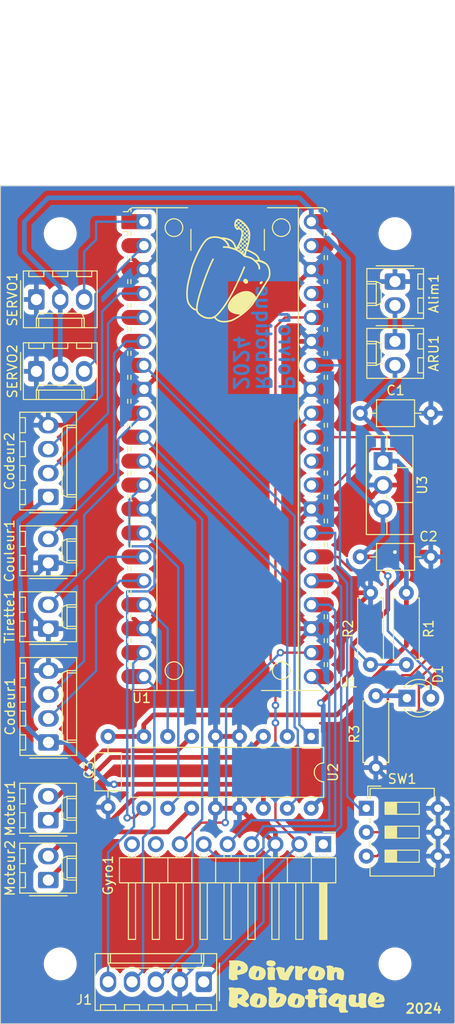
<source format=kicad_pcb>
(kicad_pcb (version 20221018) (generator pcbnew)

  (general
    (thickness 1.6)
  )

  (paper "A4")
  (layers
    (0 "F.Cu" signal)
    (31 "B.Cu" signal)
    (32 "B.Adhes" user "B.Adhesive")
    (33 "F.Adhes" user "F.Adhesive")
    (34 "B.Paste" user)
    (35 "F.Paste" user)
    (36 "B.SilkS" user "B.Silkscreen")
    (37 "F.SilkS" user "F.Silkscreen")
    (38 "B.Mask" user)
    (39 "F.Mask" user)
    (40 "Dwgs.User" user "User.Drawings")
    (41 "Cmts.User" user "User.Comments")
    (42 "Eco1.User" user "User.Eco1")
    (43 "Eco2.User" user "User.Eco2")
    (44 "Edge.Cuts" user)
    (45 "Margin" user)
    (46 "B.CrtYd" user "B.Courtyard")
    (47 "F.CrtYd" user "F.Courtyard")
    (48 "B.Fab" user)
    (49 "F.Fab" user)
    (50 "User.1" user)
    (51 "User.2" user)
    (52 "User.3" user)
    (53 "User.4" user)
    (54 "User.5" user)
    (55 "User.6" user)
    (56 "User.7" user)
    (57 "User.8" user)
    (58 "User.9" user)
  )

  (setup
    (stackup
      (layer "F.SilkS" (type "Top Silk Screen"))
      (layer "F.Paste" (type "Top Solder Paste"))
      (layer "F.Mask" (type "Top Solder Mask") (thickness 0.01))
      (layer "F.Cu" (type "copper") (thickness 0.035))
      (layer "dielectric 1" (type "core") (thickness 1.51) (material "FR4") (epsilon_r 4.5) (loss_tangent 0.02))
      (layer "B.Cu" (type "copper") (thickness 0.035))
      (layer "B.Mask" (type "Bottom Solder Mask") (thickness 0.01))
      (layer "B.Paste" (type "Bottom Solder Paste"))
      (layer "B.SilkS" (type "Bottom Silk Screen"))
      (copper_finish "None")
      (dielectric_constraints no)
    )
    (pad_to_mask_clearance 0)
    (pcbplotparams
      (layerselection 0x00010fc_ffffffff)
      (plot_on_all_layers_selection 0x0000000_00000000)
      (disableapertmacros false)
      (usegerberextensions false)
      (usegerberattributes true)
      (usegerberadvancedattributes true)
      (creategerberjobfile true)
      (dashed_line_dash_ratio 12.000000)
      (dashed_line_gap_ratio 3.000000)
      (svgprecision 4)
      (plotframeref false)
      (viasonmask false)
      (mode 1)
      (useauxorigin false)
      (hpglpennumber 1)
      (hpglpenspeed 20)
      (hpglpendiameter 15.000000)
      (dxfpolygonmode true)
      (dxfimperialunits true)
      (dxfusepcbnewfont true)
      (psnegative false)
      (psa4output false)
      (plotreference true)
      (plotvalue true)
      (plotinvisibletext false)
      (sketchpadsonfab false)
      (subtractmaskfromsilk false)
      (outputformat 1)
      (mirror false)
      (drillshape 1)
      (scaleselection 1)
      (outputdirectory "")
    )
  )

  (net 0 "")
  (net 1 "/M1_Vitesse")
  (net 2 "/M2_Vitesse")
  (net 3 "GND")
  (net 4 "/M1_Sens1")
  (net 5 "/M1_Sens2")
  (net 6 "/M2_Sens1")
  (net 7 "/M2_Sens2")
  (net 8 "/Tirette")
  (net 9 "/Couleur")
  (net 10 "/SDA")
  (net 11 "/SCL")
  (net 12 "/SERVO1")
  (net 13 "/SERVO2")
  (net 14 "unconnected-(U1-RUN-Pad30)")
  (net 15 "/LED4")
  (net 16 "Net-(U1-GPIO28_ADC2)")
  (net 17 "+3.3V")
  (net 18 "unconnected-(U1-3V3_EN-Pad37)")
  (net 19 "unconnected-(U1-VSYS-Pad39)")
  (net 20 "+5V")
  (net 21 "+9V")
  (net 22 "Net-(ARU1-Pin_1)")
  (net 23 "/Codeur2_A")
  (net 24 "/Codeur2_B")
  (net 25 "/M1_Plus")
  (net 26 "/M1_Moins")
  (net 27 "/M2_Plus")
  (net 28 "/M2_Moins")
  (net 29 "/SPI_SDI")
  (net 30 "/SPI_CS")
  (net 31 "/SPI_CLK")
  (net 32 "/SPI_SDO")
  (net 33 "/LED1")
  (net 34 "/LED2")
  (net 35 "/LED3")
  (net 36 "/I2C_Reset")
  (net 37 "unconnected-(Gyro1-Pin_1-Pad1)")
  (net 38 "unconnected-(Gyro1-Pin_8-Pad8)")
  (net 39 "unconnected-(Gyro1-Pin_9-Pad9)")
  (net 40 "Net-(D1-K)")
  (net 41 "/Codeur1_A")
  (net 42 "/Codeur1_B")

  (footprint "Connector_Molex:Molex_KK-254_AE-6410-02A_1x02_P2.54mm_Vertical" (layer "F.Cu") (at 110.49 135.89 90))

  (footprint "Connector_Molex:Molex_KK-254_AE-6410-05A_1x05_P2.54mm_Vertical" (layer "F.Cu") (at 127 153.035 180))

  (footprint "Connector_Molex:Molex_KK-254_AE-6410-03A_1x03_P2.54mm_Vertical" (layer "F.Cu") (at 109.22 80.645))

  (footprint "Capacitor_THT:C_Axial_L3.8mm_D2.6mm_P7.50mm_Horizontal" (layer "F.Cu") (at 143.63 92.71))

  (footprint "Connector_Molex:Molex_KK-254_AE-6410-03A_1x03_P2.54mm_Vertical" (layer "F.Cu") (at 109.22 88.265))

  (footprint "MountingHole:MountingHole_3mm" (layer "F.Cu") (at 111.76 151.13))

  (footprint "Resistor_THT:R_Axial_DIN0207_L6.3mm_D2.5mm_P7.62mm_Horizontal" (layer "F.Cu") (at 144.72 119.38 90))

  (footprint "Connector_Molex:Molex_KK-254_AE-6410-04A_1x04_P2.54mm_Vertical" (layer "F.Cu") (at 110.49 101.6 90))

  (footprint "LED_THT:LED_D3.0mm" (layer "F.Cu") (at 148.59 122.936))

  (footprint "MountingHole:MountingHole_3mm" (layer "F.Cu") (at 111.76 73.66))

  (footprint "Resistor_THT:R_Axial_DIN0207_L6.3mm_D2.5mm_P7.62mm_Horizontal" (layer "F.Cu") (at 148.53 111.76 -90))

  (footprint "Capacitor_THT:C_Axial_L3.8mm_D2.6mm_P7.50mm_Horizontal" (layer "F.Cu") (at 143.63 107.95))

  (footprint "MountingHole:MountingHole_3mm" (layer "F.Cu") (at 147.32 73.66))

  (footprint "Connector_Molex:Molex_KK-254_AE-6410-02A_1x02_P2.54mm_Vertical" (layer "F.Cu") (at 110.49 142.24 90))

  (footprint "MountingHole:MountingHole_3mm" (layer "F.Cu") (at 147.32 151.13))

  (footprint "Connector_Molex:Molex_KK-254_AE-6410-04A_1x04_P2.54mm_Vertical" (layer "F.Cu") (at 110.51 127.635 90))

  (footprint "Connector_Molex:Molex_KK-254_AE-6410-02A_1x02_P2.54mm_Vertical" (layer "F.Cu") (at 147.32 85.09 -90))

  (footprint "Connector_Molex:Molex_KK-254_AE-6410-02A_1x02_P2.54mm_Vertical" (layer "F.Cu") (at 147.32 78.74 -90))

  (footprint "Connector_PinHeader_2.54mm:PinHeader_1x09_P2.54mm_Horizontal" (layer "F.Cu") (at 139.7 138.43 -90))

  (footprint "Package_TO_SOT_THT:TO-220F-3_Vertical" (layer "F.Cu") (at 146.05 97.79 -90))

  (footprint "Connector_Molex:Molex_KK-254_AE-6410-02A_1x02_P2.54mm_Vertical" (layer "F.Cu") (at 110.49 115.57 90))

  (footprint "Resistor_THT:R_Axial_DIN0207_L6.3mm_D2.5mm_P7.62mm_Horizontal" (layer "F.Cu") (at 145.288 122.682 -90))

  (footprint "Button_Switch_THT:SW_DIP_SPSTx03_Slide_6.7x9.18mm_W7.62mm_P2.54mm_LowProfile" (layer "F.Cu") (at 144.272 134.62))

  (footprint "Package_DIP:DIP-16_W7.62mm" (layer "F.Cu") (at 138.415 127 -90))

  (footprint "Connector_Molex:Molex_KK-254_AE-6410-02A_1x02_P2.54mm_Vertical" (layer "F.Cu") (at 110.49 108.585 90))

  (footprint "Rpi Pico:RaspberryPi_Pico_Common_SKY" (layer "F.Cu")
    (tstamp f31fe9be-12f6-4b25-988d-29e3c1d7ec43)
    (at 129.54 96.52)
    (descr "Raspberry Pi Pico (wireless & original) versatile footprint for surface-mount or through-hole hand soldering, https://datasheets.raspberrypi.com/pico/pico-datasheet.pdf")
    (tags "Raspberry Pi Pico module usb pcb antenna handsolder")
    (property "Sheetfile" "PAMI.kicad_sch")
    (property "Sheetname" "")
    (property "ki_description" "Versatile and inexpensive microcontroller module (with full pinout for reflow soldering) powered by RP2040 dual-core Arm Cortex-M0+ processor up to 133 MHz, 264kB SRAM, 2MB QSPI flash")
    (property "ki_keywords" "Raspberry Pi Pico microcontroller module RP2040 M0+ usb")
    (path "/7d13e2fb-33e5-4a53-93cb-a335a041e341")
    (attr through_hole)
    (fp_text reference "U1" (at 11.7475 24.765 unlocked) (layer "F.SilkS")
        (effects (font (size 1 1) (thickness 0.15)) (justify left))
      (tstamp f3e9cfc8-bf1e-4bd5-9cd4-dcbdf0aa9c17)
    )
    (fp_text value "RaspberryPi_Pico" (at 0 27.94 unlocked) (layer "F.Fab")
        (effects (font (size 1 1) (thickness 0.15)))
      (tstamp 7f0bfc64-19c4-4b7c-9156-608c57adeb98)
    )
    (fp_text user "${REFERENCE}" (at -9.144 26.416 180) (layer "F.SilkS")
        (effects (font (size 1 1) (thickness 0.15)))
      (tstamp 52e6e082-e9ea-4991-8ee8-22d158e157ab)
    )
    (fp_text user "Board Keep Out USB Cable" (at 6.985 -37.465 270 unlocked) (layer "Cmts.User")
        (effects (font (size 0.6667 0.6667) (thickness 0.1)))
      (tstamp 1dc953cb-4efe-41bc-84c5-59259d70e1ee)
    )
    (fp_text user "Keep Out" (at 0 -36.195 unlocked) (layer "Cmts.User")
        (effects (font (size 1 1) (thickness 0.15)))
      (tstamp cc39244b-20dd-4d61-91d3-09196acf82a9)
    )
    (fp_text user "Board Keep Out USB Cable" (at -6.985 -37.465 90 unlocked) (layer "Cmts.User")
        (effects (font (size 0.6667 0.6667) (thickness 0.1)))
      (tstamp d9c85c9d-f40b-4693-bd70-ed3eeeb80599)
    )
    (fp_text user "USB Cable" (at 0 -38.735 unlocked) (layer "Cmts.User")
        (effects (font (size 1 1) (thickness 0.15)))
      (tstamp dc3d4d1b-c2e7-4880-83a3-774c447060c7)
    )
    (fp_line (start -10.61 -23.07) (end -11.09 -23.07)
      (stroke (width 0.12) (type solid)) (layer "F.SilkS") (tstamp ab3c9b7c-8d72-4e2d-b90e-a6d2af51a848))
    (fp_line (start -10.61 -23.07) (end -10.61 -22.65)
      (stroke (width 0.12) (type solid)) (layer "F.SilkS") (tstamp d7949000-f861-407f-9141-e64a224014fb))
    (fp_line (start -10.61 -20.53) (end -10.61 -20.11)
      (stroke (width 0.12) (type solid)) (layer "F.SilkS") (tstamp e4b2c252-2621-47d4-8db6-c9a9702c5ca4))
    (fp_line (start -10.61 -17.99) (end -10.61 -17.57)
      (stroke (width 0.12) (type solid)) (layer "F.SilkS") (tstamp 2f4c3bbb-68ec-4985-b550-97138cd270cd))
    (fp_line (start -10.61 -15.45) (end -10.61 -15.03)
      (stroke (width 0.12) (type solid)) (layer "F.SilkS") (tstamp 8c1c109e-cb17-49a0-8b88-501e8bb8c9b5))
    (fp_line (start -10.61 -12.91) (end -10.61 -12.49)
      (stroke (width 0.12) (type solid)) (layer "F.SilkS") (tstamp 6e870851-a080-4993-873e-218ccbb05190))
    (fp_line (start -10.61 -10.37) (end -10.61 -9.95)
      (stroke (width 0.12) (type solid)) (layer "F.SilkS") (tstamp 4d776835-62f0-4232-876c-f7c622a6be69))
    (fp_line (start -10.61 -7.83) (end -10.61 -7.41)
      (stroke (width 0.12) (type solid)) (layer "F.SilkS") (tstamp 7b7cb4ac-5b24-43eb-bd58-47014557a7e2))
    (fp_line (start -10.61 -5.29) (end -10.61 -4.87)
      (stroke (width 0.12) (type solid)) (layer "F.SilkS") (tstamp efaefe4b-f2e9-4992-b164-0bb7d8d06ef0))
    (fp_line (start -10.61 -2.75) (end -10.61 -2.33)
      (stroke (width 0.12) (type solid)) (layer "F.SilkS") (tstamp ab809af5-793d-457a-b6d9-1f44c2bba206))
    (fp_line (start -10.61 -0.21) (end -10.61 0.21)
      (stroke (width 0.12) (type solid)) (layer "F.SilkS") (tstamp 8cb39fec-10f6-4944-9674-ae76749cbf1e))
    (fp_line (start -10.61 2.33) (end -10.61 2.75)
      (stroke (width 0.12) (type solid)) (layer "F.SilkS") (tstamp 8b53b48a-b005-40d3-ad45-9d5a208c5ef9))
    (fp_line (start -10.61 4.87) (end -10.61 5.29)
      (stroke (width 0.12) (type solid)) (layer "F.SilkS") (tstamp 57455a65-d2e9-4d9b-bd97-e1eebfa9ecf0))
    (fp_line (start -10.61 7.41) (end -10.61 7.83)
      (stroke (width 0.12) (type solid)) (layer "F.SilkS") (tstamp e0bfb8e3-4b08-40da-b56b-2d285983a1f1))
    (fp_line (start -10.61 9.95) (end -10.61 10.37)
      (stroke (width 0.12) (type solid)) (layer "F.SilkS") (tstamp 3c6f5520-2277-4d1f-8c7d-7d366c60b17e))
    (fp_line (start -10.61 12.49) (end -10.61 12.91)
      (stroke (width 0.12) (type solid)) (layer "F.SilkS") (tstamp 0937dcb8-76ea-4f2f-806c-7ee004b9c59d))
    (fp_line (start -10.61 15.03) (end -10.61 15.45)
      (stroke (width 0.12) (type solid)) (layer "F.SilkS") (tstamp 6f04c51d-edb2-4eac-988c-30f3b4bddf08))
    (fp_line (start -10.61 17.57) (end -10.61 17.99)
      (stroke (width 0.12) (type solid)) (layer "F.SilkS") (tstamp 83b27019-9624-408b-b3ea-e72978103007))
    (fp_line (start -10.61 20.11) (end -10.61 20.53)
      (stroke (width 0.12) (type solid)) (layer "F.SilkS") (tstamp 7a53dee3-48ca-497d-be8b-714b6ef059d1))
    (fp_line (start -10.61 22.65) (end -10.61 23.07)
      (stroke (width 0.12) (type solid)) (layer "F.SilkS") (tstamp 9862249d-11e5-4625-b325-ce5d9e11b3d7))
    (fp_line (start -10.579676 -25.189937) (end -11.09 -25.19)
      (stroke (width 0.12) (type solid)) (layer "F.SilkS") (tstamp e8d2621d-ed98-48a8-81bf-78bb5eca9483))
    (fp_line (start -10.27 -25.189937) (end -10.27 -25.547)
      (stroke (width 0.12) (type solid)) (layer "F.SilkS") (tstamp 482e97af-691d-4fa3-95a4-a21b9cc873e9))
    (fp_line (start -10.27 -23.07) (end -10.27 -22.65)
      (stroke (width 0.12) (type solid)) (layer "F.SilkS") (tstamp 22860e14-789f-4069-b949-400364794d7c))
    (fp_line (start -10.27 -20.53) (end -10.27 -20.11)
      (stroke (width 0.12) (type solid)) (layer "F.SilkS") (tstamp 1940dfe0-49d1-442c-b05b-3a2a6c0cf5df))
    (fp_line (start -10.27 -17.99) (end -10.27 -17.57)
      (stroke (width 0.12) (type solid)) (layer "F.SilkS") (tstamp 0b8169ad-0799-4a4c-92db-e517e801538a))
    (fp_line (start -10.27 -15.45) (end -10.27 -15.03)
      (stroke (width 0.12) (type solid)) (layer "F.SilkS") (tstamp 5b65dfb9-eb26-433b-918b-35e8c33bab2b))
    (fp_line (start -10.27 -12.91) (end -10.27 -12.49)
      (stroke (width 0.12) (type solid)) (layer "F.SilkS") (tstamp 8c75d6ee-2381-4231-b232-13a3be850320))
    (fp_line (start -10.27 -10.37) (end -10.27 -9.95)
      (stroke (width 0.12) (type solid)) (layer "F.SilkS") (tstamp bb46c43c-8e89-47ed-9008-d4e9ae26cd05))
    (fp_line (start -10.27 -7.83) (end -10.27 -7.41)
      (stroke (width 0.12) (type solid)) (layer "F.SilkS") (tstamp e01e9be6-67da-4e40-9d78-4cf173556c6c))
    (fp_line (start -10.27 -5.29) (end -10.27 -4.87)
      (stroke (width 0.12) (type solid)) (layer "F.SilkS") (tstamp e3b84eda-a13f-4b12-b67c-fb26f0bbd3f8))
    (fp_line (start -10.27 -2.75) (end -10.27 -2.33)
      (stroke (width 0.12) (type solid)) (layer "F.SilkS") (tstamp c617446d-2d59-4cb7-a816-9c24980b9dd4))
    (fp_line (start -10.27 -0.21) (end -10.27 0.21)
      (stroke (width 0.12) (type solid)) (layer "F.SilkS") (tstamp 6370e705-2d1b-4d44-8fea-43e427d78fd9))
    (fp_line (start -10.27 2.33) (end -10.27 2.75)
      (stroke (width 0.12) (type solid)) (layer "F.SilkS") (tstamp 5fbd6c24-a73b-4dd0-8c5f-4cdf1470b149))
    (fp_line (start -10.27 4.87) (end -10.27 5.29)
      (stroke (width 0.12) (type solid)) (layer "F.SilkS") (tstamp 06565932-a2de-42b9-9662-d5bc7fca87eb))
    (fp_line (start -10.27 7.41) (end -10.27 7.83)
      (stroke (width 0.12) (type solid)) (layer "F.SilkS") (tstamp d0fb1915-9164-4af7-9ecd-79acd5317933))
    (fp_line (start -10.27 9.95) (end -10.27 10.37)
      (stroke (width 0.12) (type solid)) (layer "F.SilkS") (tstamp 43a26183-4ac3-44a9-9c2d-0a85d96284eb))
    (fp_line (start -10.27 12.49) (end -10.27 12.91)
      (stroke (width 0.12) (type solid)) (layer "F.SilkS") (tstamp 023d70a3-f57e-4277-817b-17724a05d371))
    (fp_line (start -10.27 15.03) (end -10.27 15.45)
      (stroke (width 0.12) (type solid)) (layer "F.SilkS") (tstamp ebabb24a-005f-4a06-93b7-fba0f63924db))
    (fp_line (start -10.27 17.57) (end -10.27 17.99)
      (stroke (width 0.12) (type solid)) (layer "F.SilkS") (tstamp 24f51dd7-6d4e-481b-bcf5-2cc016efede5))
    (fp_line (start -10.27 20.11) (end -10.27 20.53)
      (stroke (width 0.12) (type solid)) (layer "F.SilkS") (tstamp fb2bf29f-b161-49c2-be93-1a25ad26f6d1))
    (fp_line (start -10.27 22.65) (end -10.27 23.07)
      (stroke (width 0.12) (type solid)) (layer "F.SilkS") (tstamp fc84d720-2bc2-4f9f-8bef-81e0ed4fd058))
    (fp_line (start -10.27 25.189937) (end -10.27 25.547)
      (stroke (width 0.12) (type solid)) (layer "F.SilkS") (tstamp 8527a3bb-6169-4447-a32e-ab7113025ebc))
    (fp_line (start -10 -25.61) (end -7.51 -25.61)
      (stroke (width 0.12) (type solid)) (layer "F.SilkS") (tstamp fb1fed6f-ddbd-4e84-ae70-d9c00655f3c9))
    (fp_line (start -10 25.61) (end -3.6 25.61)
      (stroke (width 0.12) (type solid)) (layer "F.SilkS") (tstamp 5e14e2fa-a010-4433-93cc-08ed7615d227))
    (fp_line (start -7.51 -25.61) (end -7.51 -24.69648)
      (stroke (width 0.12) (type solid)) (layer "F.SilkS") (tstamp bac5e741-0d93-4fb2-ae12-c6176d488d8a))
    (fp_line (start -7.51 -25.61) (end -4.235 -25.61)
      (stroke (width 0.12) (type solid)) (layer "F.SilkS") (tstamp 35b311cc-aa0d-4a07-bd2c-06ebfcd87400))
    (fp_line (start -7.51 -24.69648) (end -7.51 -22.30352)
      (stroke (width 0.12) (type solid)) (layer "F.SilkS") (tstamp b73b9f1a-a129-425a-9af9-b3712b6216fa))
    (fp_line (start -7.51 -22.30352) (end -7.51 22.30352)
      (stroke (width 0.12) (type solid)) (layer "F.SilkS") (tstamp 5168ccaa-067c-42b8-92f8-679c42a45dac))
    (fp_line (start -7.51 22.30352) (end -7.51 24.69648)
      (stroke (width 0.12) (type solid)) (layer "F.SilkS") (tstamp 402eea3b-ad05-4acc-8140-c9b6d6b9b448))
    (fp_line (start -7.51 24.69648) (end -7.51 25.61)
      (stroke (width 0.12) (type solid)) (layer "F.SilkS") (tstamp b2c359d4-4c55-4382-b6fd-31eb458307cf))
    (fp_line (start -3.9 -23.3152) (end -3.9 -21.09)
      (stroke (width 0.12) (type solid)) (layer "F.SilkS") (tstamp 8c346c29-0dd0-47de-82ca-611d4e652910))
    (fp_line (start 3.6 25.61) (end 10 25.61)
      (stroke (width 0.12) (type solid)) (layer "F.SilkS") (tstamp e9125baa-ba74-4c3f-8125-b7e63306ecd2))
    (fp_line (start 3.9 -23.3152) (end 3.9 -21.09)
      (stroke (width 0.12) (type solid)) (layer "F.SilkS") (tstamp 5d2b456d-1fe4-490e-81d0-a01b80914a0c))
    (fp_line (start 4.235 -25.61) (end 7.51 -25.61)
      (stroke (width 0.12) (type solid)) (layer "F.SilkS") (tstamp cbf00d46-3b75-4b6a-a198-5e5f0fde8593))
    (fp_line (start 7.51 -25.61) (end 7.51 -24.69648)
      (stroke (width 0.12) (type solid)) (layer "F.SilkS") (tstamp a2a5626a-3129-4946-b0e3-3402ff770f62))
    (fp_line (start 7.51 -24.69648) (end 7.51 -22.30352)
      (stroke (width 0.12) (type solid)) (layer "F.SilkS") (tstamp 4dc5004c-81fc-4bd7-8a4e-da0585bc9374))
    (fp_line (start 7.51 -22.30352) (end 7.51 22.30352)
      (stroke (width 0.12) (type solid)) (layer "F.SilkS") (tstamp 0715cab2-2fe7-41e9-ac4c-a0e299cd791e))
    (fp_line (start 7.51 22.30352) (end 7.51 24.69648)
      (stroke (width 0.12) (type solid)) (layer "F.SilkS") (tstamp 12c940ca-af74-4d35-bbb4-56d4abd4cdae))
    (fp_line (start 7.51 24.69648) (end 7.51 25.61)
      (stroke (width 0.12) (type solid)) (layer "F.SilkS") (tstamp 531f992a-048d-4d74-a0a9-b19fdd279b34))
    (fp_line (start 10 -25.61) (end 7.51 -25.61)
      (stroke (width 0.12) (type solid)) (layer "F.SilkS") (tstamp 6a0ceea0-dd4b-4f96-9c40-1be29767870e))
    (fp_line (start 10.27 -25.189937) (end 10.27 -25.547)
      (stroke (width 0.12) (type solid)) (layer "F.SilkS") (tstamp cf18df20-51fe-4f31-b9df-fa3126f65aa6))
    (fp_line (start 10.27 -23.07) (end 10.27 -22.65)
      (stroke (width 0.12) (type solid)) (layer "F.SilkS") (tstamp 7a19a59b-5e53-464d-b22f-1b9a671c8143))
    (fp_line (start 10.27 -20.53) (end 10.27 -20.11)
      (stroke (width 0.12) (type solid)) (layer "F.SilkS") (tstamp 10841c95-ac50-4462-b3cc-ca2befb633c7))
    (fp_line (start 10.27 -17.99) (end 10.27 -17.57)
      (stroke (width 0.12) (type solid)) (layer "F.SilkS") (tstamp de66ddc0-eded-428f-ae03-96cb99bea0e6))
    (fp_line (start 10.27 -15.45) (end 10.27 -15.03)
      (stroke (width 0.12) (type solid)) (layer "F.SilkS") (tstamp b8f5fd93-03b6-40c3-b86e-0d0c62f08b86))
    (fp_line (start 10.27 -12.91) (end 10.27 -12.49)
      (stroke (width 0.12) (type solid)) (layer "F.SilkS") (tstamp 22959450-9574-4f5c-9a13-b520cfe7a2f0))
    (fp_line (start 10.27 -10.37) (end 10.27 -9.95)
      (stroke (width 0.12) (type solid)) (layer "F.SilkS") (tstamp 36b92c91-e2c1-48a8-836f-f47f6e6f83b6))
    (fp_line (start 10.27 -7.83) (end 10.27 -7.41)
      (stroke (width 0.12) (type solid)) (layer "F.SilkS") (tstamp 477c8378-8459-478f-90e4-af712c8618ca))
    (fp_line (start 10.27 -5.29) (end 10.27 -4.87)
      (stroke (width 0.12) (type solid)) (layer "F.SilkS") (tstamp 193cf11f-7f88-4b17-ab42-29f9fb34113e))
    (fp_line (start 10.27 -2.75) (end 10.27 -2.33)
      (stroke (width 0.12) (type solid)) (layer "F.SilkS") (tstamp 7a78d4f4-c824-406d-889b-ddcd21356fcf))
    (fp_line (start 10.27 -0.21) (end 10.27 0.21)
      (stroke (width 0.12) (type solid)) (layer "F.SilkS") (tstamp e678ad21-66c6-41ec-b495-a60e8307c3ac))
    (fp_line (start 10.27 2.33) (end 10.27 2.75)
      (stroke (width 0.12) (type solid)) (layer "F.SilkS") (tstamp 82766f40-b0e3-4fbc-9011-e2303dbba736))
    (fp_line (start 10.27 4.87) (end 10.27 5.29)
      (stroke (width 0.12) (type solid)) (layer "F.SilkS") (tstamp 43172335-ee4e-4f90-8dbb-1d4f5657763f))
    (fp_line (start 10.27 7.41) (end 10.27 7.83)
      (stroke (width 0.12) (type solid)) (layer "F.SilkS") (tstamp 9fa6dc22-ece7-4c61-bc36-8570456c5b40))
    (fp_line (start 10.27 9.95) (end 10.27 10.37)
      (stroke (width 0.12) (type solid)) (layer "F.SilkS") (tstamp 8f2774f2-816c-4ed4-964f-77ed01284ab9))
    (fp_line (start 10.27 12.49) (end 10.27 12.91)
      (stroke (width 0.12) (type solid)) (layer "F.SilkS") (tstamp f5efdd37-9704-4b00-b853-0510908e08fe))
    (fp_line (start 10.27 15.03) (end 10.27 15.45)
      (stroke (width 0.12) (type solid)) (layer "F.SilkS") (tstamp 586b1e3e-5800-4895-8da2-59153fa9a228))
    (fp_line (start 10.27 17.57) (end 10.27 17.99)
      (stroke (width 0.12) (type solid)) (layer "F.SilkS") (tstamp ffaabae9-c34a-4042-9d67-669681cbe785))
    (fp_line (start 10.27 20.11) (end 10.27 20.53)
      (stroke (width 0.12) (type solid)) (layer "F.SilkS") (tstamp c7316c03-c6bf-4780-a42c-f8ddb86d17fd))
    (fp_line (start 10.27 22.65) (end 10.27 23.07)
      (stroke (width 0.12) (type solid)) (layer "F.SilkS") (tstamp 37545d42-f902-448b-9627-6b1d919d6fd2))
    (fp_line (start 10.27 25.189937) (end 10.27 25.547)
      (stroke (width 0.12) (type solid)) (layer "F.SilkS") (tstamp df67095c-6da1-4e33-a2b2-a0ef219162d3))
    (fp_line (start 10.61 -23.07) (end 10.61 -22.65)
      (stroke (width 0.12) (type solid)) (layer "F.SilkS") (tstamp 2e6e4269-03bc-4847-8a05-1fc3699fe1c9))
    (fp_line (start 10.61 -20.53) (end 10.61 -20.11)
      (stroke (width 0.12) (type solid)) (layer "F.SilkS") (tstamp 480e62cc-26b8-4464-8e59-82d5f84299d2))
    (fp_line (start 10.61 -17.99) (end 10.61 -17.57)
      (stroke (width 0.12) (type solid)) (layer "F.SilkS") (tstamp 47e9cfe2-e257-4b38-9211-2f21b3e4574b))
    (fp_line (start 10.61 -15.45) (end 10.61 -15.03)
      (stroke (width 0.12) (type solid)) (layer "F.SilkS") (tstamp 60abdacb-68d0-478f-81ed-7f3e8e62757b))
    (fp_line (start 10.61 -12.91) (end 10.61 -12.49)
      (stroke (width 0.12) (type solid)) (layer "F.SilkS") (tstamp 1d23a9fd-0fd9-4e15-8959-9d08338b2445))
    (fp_line (start 10.61 -10.37) (end 10.61 -9.95)
      (stroke (width 0.12) (type solid)) (layer "F.SilkS") (tstamp 3c681d00-dd4f-49c3-acd8-0b52879787db))
    (fp_line (start 10.61 -7.83) (end 10.61 -7.41)
      (stroke (width 0.12) (type solid)) (layer "F.SilkS") (tstamp 95aea438-187f-4043-86ef-27c1f600dec5))
    (fp_line (start 10.61 -5.29) (end 10.61 -4.87)
      (stroke (width 0.12) (type solid)) (layer "F.SilkS") (tstamp b84ab598-dd1a-4489-87b7-68ce20b73084))
    (fp_line (start 10.61 -2.75) (end 10.61 -2.33)
      (stroke (width 0.12) (type solid)) (layer "F.SilkS") (tstamp 0c964a7e-4eea-4137-b492-a252dfc21419))
    (fp_line (start 10.61 -0.21) (end 10.61 0.21)
      (stroke (width 0.12) (type solid)) (layer "F.SilkS") (tstamp 6e17fd76-7e30-4371-b783-df429910eeb7))
    (fp_line (start 10.61 2.33) (end 10.61 2.75)
      (stroke (width 0.12) (type solid)) (layer "F.SilkS") (tstamp 66ccd20d-93e2-4688-88e7-19195310d254))
    (fp_line (start 10.61 4.87) (end 10.61 5.29)
      (stroke (width 0.12) (type solid)) (layer "F.SilkS") (tstamp d3466542-1915-4c2c-ad97-c36e752f0355))
    (fp_line (start 10.61 7.41) (end 10.61 7.83)
      (stroke (width 0.12) (type solid)) (layer "F.SilkS") (tstamp 2aa2ca5b-6041-4ebe-ba04-9371ae0c9e0e))
    (fp_line (start 10.61 9.95) (end 10.61 10.37)
      (stroke (width 0.12) (type solid)) (layer "F.SilkS") (tstamp 40d63c4a-03d1-44bf-ab8a-404692a85368))
    (fp_line (start 10.61 12.49) (end 10.61 12.91)
      (stroke (width 0.12) (type solid)) (layer "F.SilkS") (tstamp e21139b1-bb07-44f8-9234-61f7aeb4336b))
    (fp_line (start 10.61 15.03) (end 10.61 15.45)
      (stroke (width 0.12) (type solid)) (layer "F.SilkS") (tstamp c663bc01-1455-4ada-8491-b7b6cb96c5e2))
    (fp_line (start 10.61 17.57) (end 10.61 17.99)
      (stroke (width 0.12) (type solid)) (layer "F.SilkS") (tstamp 37fd6e5a-a8c2-46f9-969e-eef7a435c518))
    (fp_line (start 10.61 20.11) (end 10.61 20.53)
      (stroke (width 0.12) (type solid)) (layer "F.SilkS") (tstamp a17994ce-c512-4867-81d3-181e7a3212ae))
    (fp_line (start 10.61 22.65) (end 10.61 23.07)
      (stroke (width 0.12) (type solid)) (layer "F.SilkS") (tstamp 3b8c119e-50ff-49aa-8cee-07d9b7af0be7))
    (fp_arc (start -10.579676 -25.189937) (mid -10.357938 -25.493944) (end -10 -25.61)
      (stroke (width 0.12) (type solid)) (layer "F.SilkS") (tstamp 1e2684a9-a58c-474c-877d-141bc5e22d13))
    (fp_arc (start 10 -25.61) (mid 10.357937 -25.493944) (end 10.579676 -25.189937)
      (stroke (width 0.12) (type solid)) (layer "F.SilkS") (tstamp af1dd6ac-b4cd-4c43-9ec7-4958c8b32306))
    (fp_circle (center -5.7 -23.5) (end -4.76 -23.5)
      (stroke (width 0.12) (type solid)) (fill none) (layer "F.SilkS") (tstamp e8d728dd-4393-427b-a83e-ea88505aee6f))
    (fp_circle (center -5.7 23.5) (end -4.76 23.5)
      (stroke (width 0.12) (type solid)) (fill none) (layer "F.SilkS") (tstamp 0ea206c0-db05-4ff4-9883-c146bcbfc5f7))
    (fp_circle (center 5.7 -23.5) (end 6.64 -23.5)
      (stroke (width 0.12) (type solid)) (fill none) (layer "F.SilkS") (tstamp 6b251609-a835-4435-8605-8cf0ce058065))
    (fp_circle (center 5.7 23.5) (end 6.64 23.5)
      (stroke (width 0.12) (type solid)) (fill none) (layer "F.SilkS") (tstamp b2f3cc3d-f8cf-4c4c-9a34-0585469b961f))
    (fp_poly
      (pts
        (xy -4.5 -27.4)
        (xy 4.5 -27.4)
        (xy 4.5 -25.75)
        (xy 11.54 -25.75)
        (xy 11.54 26.55)
        (xy -11.54 26.55)
        (xy -11.54 -25.75)
        (xy -4.5 -25.75)
      )

      (stroke (width 0.05) (type solid)) (fill none) (layer "F.CrtYd") (tstamp e8941f56-c46c-4ada-b50a-c250aa5d6dbe))
    (fp_line (start -10.5 -24.5) (end -9.5 -25.5)
      (stroke (width 0.1) (type solid)) (layer "F.Fab") (tstamp 2f75f318-cef9-41ea-b0bd-14d907ac497b))
    (fp_line (start -10.5 25) (end -10.5 -24.5)
      (stroke (width 0.1) (type solid)) (layer "F.Fab") (tstamp 22092d98-cc07-44e9-9495-9a844bde56ad))
    (fp_line (start -9.5 -25.5) (end 10 -25.5)
      (stroke (width 0.1) (type solid)) (layer "F.Fab") (tstamp 41f4ead9-9ae7-432e-8c3b-ee4727a3a512))
    (fp_line (start 10 25.5) (end -10 25.5)
      (stroke (width 0.1) (type solid)) (layer "F.Fab") (tstamp 5f502799-cdd0-4f5a-854d-48cdc2950fd6))
    (fp_line (start 10.5 -25) (end 10.5 25)
      (stroke (width 0.1) (type solid)) (layer "F.Fab") (tstamp ec9f3d4b-c1c5-42ca-b19c-c9264baffd58))
    (fp_arc (start -10 25.5) (mid -10.353553 25.353553) (end -10.5 25)
      (stroke (width 0.1) (type solid)) (layer "F.Fab") (tstamp ce688168-96d0-43c3-9700-dfaa56818cd9))
    (fp_arc (start 10 -25.5) (mid 10.353553 -25.353553) (end 10.5 -25)
      (stroke (width 0.1) (type solid)) (layer "F.Fab") (tstamp fd719df4-5db3-41e2-98db-2932106bcbb9))
    (fp_arc (start 10.5 25) (mid 10.353553 25.353553) (end 10 25.5)
      (stroke (width 0.1) (type solid)) (layer "F.Fab") (tstamp 00a4a1a3-3605-4501-91ff-eb546453bb8d))
    (fp_poly
      (pts
        (xy 3.79 -21.2)
        (xy 3.79 -26.2)
        (xy 4 -26.2)
        (xy 4 -26.9)
        (xy -4 -26.9)
        (xy -4 -26.2)
        (xy -3.79 -26.2)
        (xy -3.79 -21.2)
      )

      (stroke (width 0.1) (type solid)) (fill none) (layer "F.Fab") (tstamp 91788fc6-f98e-4ae4-b573-92fd154cb95d))
    (pad "1" thru_hole roundrect (at -8.89 -24.13) (size 1.6 1.6) (drill 1) (layers "*.Mask" "F.Cu" "In1.Cu" "B.Cu") (roundrect_rratio 0.125)
      (net 12 "/SERVO1") (pinfunction "GPIO0") (pintype "bidirectional") (tstamp 343a89b9-95b3-4ee2-82f0-1ce0671468af))
    (pad "1" smd custom (at -8.89 -24.13) (size 1.6 1.6) (layers "F.Cu" "F.Mask")
      (net 12 "/SERVO1") (pinfunction "GPIO0") (pintype "bidirectional")
      (options (clearance outline) (anchor circle))
      (primitives
        (gr_poly
          (pts
            (xy -2.4 0.6)
            (xy -2.4 -0.6)
            (xy -2.2 -0.8)
            (xy 0 -0.8)
            (xy 0 0.8)
            (xy -2.2 0.8)
          )
          (width 0) (fill yes))
        (gr_circle (center -2.2 0.6) (end -2 0.6) (width 0) (fill yes))
        (gr_circle (center -2.2 -0.6) (end -2 -0.6) (width 0) (fill yes))
      ) (tstamp 1cd4d379-c6d6-41a6-b167-f98cccd3072b))
    (pad "2" thru_hole circle (at -8.89 -21.59) (size 1.6 1.6) (drill 1) (layers "*.Mask" "F.Cu" "In1.Cu" "B.Cu")
      (net 13 "/SERVO2") (pinfunction "GPIO1") (pintype "bidirectional") (tstamp 8a3a5c69-c369-491a-a153-325f9bdad634))
    (pad "2" smd roundrect (at -8.89 -21.59) (size 3.2 1.6) (drill (offset -0.8 0)) (layers "F.Cu" "F.Mask") (roundrect_rratio 0.5)
      (net 13 "/SERVO2") (pinfunction "GPIO1") (pintype "bidirectional") (tstamp fd5639f9-3d31-4744-b5ba-f8bde2b16432))
    (pad "3" thru_hole custom (at -8.89 -19.05) (size 1.6 1.6) (drill 1) (layers "*.Mask" "F.Cu" "In1.Cu" "B.Cu")
      (net 3 "GND") (pinfunction "GND") (pintype "passive")
      (options (clearance outline) (anchor circle))
      (primitives
        (gr_poly
          (pts
            (xy 0.8 0.6)
            (xy 0.8 -0.6)
            (xy 0.6 -0.8)
            (xy 0 -0.8)
            (xy 0 0.8)
            (xy 0.6 0.8)
          )
          (width 0) (fill yes))
        (gr_circle (center 0.6 0.6) (end 0.8 0.6) (width 0) (fill yes))
        (gr_circle (center 0.6 -0.6) (end 0.8 -0.6) (width 0) (fill yes))
      ) (tstamp 96ec0a2b-f36e-47ca-a9f9-051792faedfa))
    (pad "3" smd custom (at -8.89 -19.05) (size 1.6 1.6) (layers "F.Cu" "F.Mask")
      (net 3 "GND") (pinfunction "GND") (pintype "passive")
      (options (clearance outline) (anchor circle))
      (primitives
        (gr_poly
          (pts
            (xy 0.8 -0.6)
            (xy 0.8 0.6)
            (xy 0.6 0.8)
            (xy -1.6 0.8)
            (xy -1.6 -0.8)
            (xy 0.6 -0.8)
          )
          (width 0) (fill yes))
        (gr_circle (center 0.6 0.6) (end 0.8 0.6) (width 0) (fill yes))
        (gr_circle (center 0.6 -0.6) (end 0.8 -0.6) (width 0) (fill yes))
        (gr_circle (center -1.6 0) (end -0.8 0) (width 0) (fill yes))
      ) (tstamp 7462f95e-8df7-4d90-a5a7-928241d300d6))
    (pad "4" thru_hole circle (at -8.89 -16.51) (size 1.6 1.6) (drill 1) (layers "*.Mask" "F.Cu" "In1.Cu" "B.Cu")
      (net 23 "/Codeur2_A") (pinfunction "GPIO2") (pintype "bidirectional") (tstamp e759b6e5-272b-42be-aee5-6c2207c4a928))
    (pad "4" smd roundrect (at -8.89 -16.51) (size 3.2 1.6) (drill (offset -0.8 0)) (layers "F.Cu" "F.Mask") (roundrect_rratio 0.5)
      (net 23 "/Codeur2_A") (pinfunction "GPIO2") (pintype "bidirectional") (tstamp 7cd04b1c-6b31-4651-b6cb-785ec113d84e))
    (pad "5" thru_hole circle (at -8.89 -13.97) (size 1.6 1.6) (drill 1) (layers "*.Mask" "F.Cu" "In1.Cu" "B.Cu")
      (net 24 "/Codeur2_B") (pinfunction "GPIO3") (pintype "bidirectional") (tstamp e8b7489e-f3ba-477f-9f35-761b2f46957d))
    (pad "5" smd roundrect (at -8.89 -13.97) (size 3.2 1.6) (drill (offset -0.8 0)) (layers "F.Cu" "F.Mask") (roundrect_rratio 0.5)
      (net 24 "/Codeur2_B") (pinfunction "GPIO3") (pintype "bidirectional") (tstamp 977ac550-fc3c-4b2e-b758-9da399136d75))
    (pad "6" thru_hole circle (at -8.89 -11.43) (size 1.6 1.6) (drill 1) (layers "*.Mask" "F.Cu" "In1.Cu" "B.Cu")
      (net 9 "/Couleur") (pinfunction "GPIO4") (pintype "bidirectional") (tstamp f7cb8dfa-9825-4cce-90e8-d41dd27afd3c))
    (pad "6" smd roundrect (at -8.89 -11.43) (size 3.2 1.6) (drill (offset -0.8 0)) (layers "F.Cu" "F.Mask") (roundrect_rratio 0.5)
      (net 9 "/Couleur") (pinfunction "GPIO4") (pintype "bidirectional") (tstamp 07b0b658-a8a4-4264-9e9d-22a546fbef29))
    (pad "7" thru_hole circle (at -8.89 -8.89) (size 1.6 1.6) (drill 1) (layers "*.Mask" "F.Cu" "In1.Cu" "B.Cu")
      (net 7 "/M2_Sens2") (pinfunction "GPIO5") (pintype "bidirectional") (tstamp ca0e4b5f-9a01-47c1-bab2-8fa562ae7478))
    (pad "7" smd roundrect (at -8.89 -8.89) (size 3.2 1.6) (drill (offset -0.8 0)) (layers "F.Cu" "F.Mask") (roundrect_rratio 0.5)
      (net 7 "/M2_Sens2") (pinfunction "GPIO5") (pintype "bidirectional") (tstamp 927ff574-f77e-4c82-b102-1f09b7fb9efc))
    (pad "8" thru_hole custom (at -8.89 -6.35) (size 1.6 1.6) (drill 1) (layers "*.Mask" "F.Cu" "In1.Cu" "B.Cu")
      (net 3 "GND") (pinfunction "GND") (pintype "passive")
      (options (clearance outline) (anchor circle))
      (primitives
        (gr_poly
          (pts
            (xy 0.8 0.6)
            (xy 0.8 -0.6)
            (xy 0.6 -0.8)
            (xy 0 -0.8)
            (xy 0 0.8)
            (xy 0.6 0.8)
          )
          (width 0) (fill yes))
        (gr_circle (center 0.6 0.6) (end 0.8 0.6) (width 0) (fill yes))
        (gr_circle (center 0.6 -0.6) (end 0.8 -0.6) (width 0) (fill yes))
      ) (tstamp 56fd08d1-dd57-4499-bda5-2d6dae0ebe0d))
    (pad "8" smd custom (at -8.89 -6.35) (size 1.6 1.6) (layers "F.Cu" "F.Mask")
      (net 3 "GND") (pinfunction "GND") (pintype "passive")
      (options (clearance outline) (anchor circle))
      (primitives
        (gr_poly
          (pts
            (xy 0.8 -0.6)
            (xy 0.8 0.6)
            (xy 0.6 0.8)
            (xy -1.6 0.8)
            (xy -1.6 -0.8)
            (xy 0.6 -0.8)
          )
          (width 0) (fill yes))
        (gr_circle (center 0.6 0.6) (end 0.8 0.6) (width 0) (fill yes))
        (gr_circle (center 0.6 -0.6) (end 0.8 -0.6) (width 0) (fill yes))
        (gr_circle (center -1.6 0) (end -0.8 0) (width 0) (fill yes))
      ) (tstamp ed93c1fa-4045-4d22-9070-619c5602ec2c))
    (pad "9" thru_hole circle (at -8.89 -3.81) (size 1.6 1.6) (drill 1) (layers "*.Mask" "F.Cu" "In1.Cu" "B.Cu")
      (net 8 "/Tirette") (pinfunction "GPIO6") (pintype "bidirectional") (tstamp 2f031532-e7f8-4780-ae21-0c246f6a698f))
    (pad "9" smd roundrect (at -8.89 -3.81) (size 3.2 1.6) (drill (offset -0.8 0)) (layers "F.Cu" "F.Mask") (roundrect_rratio 0.5)
      (net 8 "/Tirette") (pinfunction "GPIO6") (pintype "bidirectional") (tstamp 76533fa1-4c0d-479a-aac6-44b3bc156107))
    (pad "10" thru_hole circle (at -8.89 -1.27) (size 1.6 1.6) (drill 1) (layers "*.Mask" "F.Cu" "In1.Cu" "B.Cu")
      (net 4 "/M1_Sens1") (pinfunction "GPIO7") (pintype "bidirectional") (tstamp 3afc8675-4454-4bc0-9d68-3a49a269555c))
    (pad "10" smd roundrect (at -8.89 -1.27) (size 3.2 1.6) (drill (offset -0.8 0)) (layers "F.Cu" "F.Mask") (roundrect_rratio 0.5)
      (net 4 "/M1_Sens1") (pinfunction "GPIO7") (pintype "bidirectional") (tstamp acf0b991-2b10-473f-b92a-34ddf1844c66))
    (pad "11" thru_hole circle (at -8.89 1.27) (size 1.6 1.6) (drill 1) (layers "*.Mask" "F.Cu" "In1.Cu" "B.Cu")
      (net 36 "/I2C_Reset") (pinfunction "GPIO8") (pintype "bidirectional") (tstamp 603d22ae-e3f6-44bc-88a9-fcc814892348))
    (pad "11" smd roundrect (at -8.89 1.27) (size 3.2 1.6) (drill (offset -0.8 0)) (layers "F.Cu" "F.Mask") (roundrect_rratio 0.5)
      (net 36 "/I2C_Reset") (pinfunction "GPIO8") (pintype "bidirectional") (tstamp eaf2db0a-44ce-473d-a008-32f4ad6d8f9d))
    (pad "12" thru_hole circle (at -8.89 3.81) (size 1.6 1.6) (drill 1) (layers "*.Mask" "F.Cu" "In1.Cu" "B.Cu")
      (net 2 "/M2_Vitesse") (pinfunction "GPIO9") (pintype "bidirectional") (tstamp 74f0f810-b086-4a85-9a4b-00ae3a2ef39c))
    (pad "12" smd roundrect (at -8.89 3.81) (size 3.2 1.6) (drill (offset -0.8 0)) (layers "F.Cu" "F.Mask") (roundrect_rratio 0.5)
      (net 2 "/M2_Vitesse") (pinfunction "GPIO9") (pintype "bidirectional") (tstamp d254ab41-d72e-4527-9f66-005e657ca453))
    (pad "13" thru_hole custom (at -8.89 6.35) (size 1.6 1.6) (drill 1) (layers "*.Mask" "F.Cu" "In1.Cu" "B.Cu")
      (net 3 "GND") (pinfunction "GND") (pintype "power_out")
      (options (clearance outline) (anchor circle))
      (primitives
        (gr_poly
          (pts
            (xy 0.8 0.6)
            (xy 0.8 -0.6)
            (xy 0.6 -0.8)
            (xy 0 -0.8)
            (xy 0 0.8)
            (xy 0.6 0.8)
          )
          (width 0) (fill yes))
        (gr_circle (center 0.6 0.6) (end 0.8 0.6) (width 0) (fill yes))
        (gr_circle (center 0.6 -0.6) (end 0.8 -0.6) (width 0) (fill yes))
      ) (tstamp 48603987-91fb-4b3b-a4a4-4a2d545e4912))
    (pad "13" smd custom (at -8.89 6.35) (size 1.6 1.6) (layers "F.Cu" "F.Mask")
      (net 3 "GND") (pinfunction "GND") (pintype "power_out")
      (options (clearance outline) (anchor circle))
      (primitives
        (gr_poly
          (pts
            (xy 0.8 -0.6)
            (xy 0.8 0.6)
            (xy 0.6 0.8)
            (xy -1.6 0.8)
            (xy -1.6 -0.8)
            (xy 0.6 -0.8)
          )
          (width 0) (fill yes))
        (gr_circle (center 0.6 0.6) (end 0.8 0.6) (width 0) (fill yes))
        (gr_circle (center 0.6 -0.6) (end 0.8 -0.6) (width 0) (fill yes))
        (gr_circle (center -1.6 0) (end -0.8 0) (width 0) (fill yes))
      ) (tstamp 517384e8-9a92-402e-b3a7-1dd8a06b0561))
    (pad "14" thru_hole circle (at -8.89 8.89) (size 1.6 1.6) (drill 1) (layers "*.Mask" "F.Cu" "In1.Cu" "B.Cu")
      (net 6 "/M2_Sens1") (pinfunction "GPIO10") (pintype "bidirectional") (tstamp 88b8fc88-6983-41b9-a352-fa9015dbd1aa))
    (pad "14" smd roundrect (at -8.89 8.89) (size 3.2 1.6) (drill (offset -0.8 0)) (layers "F.Cu" "F.Mask") (roundrect_rratio 0.5)
      (net 6 "/M2_Sens1") (pinfunction "GPIO10") (pintype "bidirectional") (tstamp 741f94cc-d112-4553-b5b1-ff3a1d7c5357))
    (pad "15" thru_hole circle (at -8.89 11.43) (size 1.6 1.6) (drill 1) (layers "*.Mask" "F.Cu" "In1.Cu" "B.Cu")
      (net 41 "/Codeur1_A") (pinfunction "GPIO11") (pintype "bidirectional") (tstamp 0e442644-1d27-46ee-af44-507f4fc8ce51))
    (pad "15" smd roundrect (at -8.89 11.43) (size 3.2 1.6) (drill (offset -0.8 0)) (layers "F.Cu" "F.Mask") (roundrect_rratio 0.5)
      (net 41 "/Codeur1_A") (pinfunction "GPIO11") (pintype "bidirectional") (tstamp ec16580a-f2a5-4e0c-ada7-efada4cbf240))
    (pad "16" thru_hole circle (at -8.89 13.97) (size 1.6 1.6) (drill 1) (layers "*.Mask" "F.Cu" "In1.Cu" "B.Cu")
      (net 42 "/Codeur1_B") (pinfunction "GPIO12") (pintype "bidirectional") (tstamp 67c67fc6-f7ec-4c22-985f-20cc3717bcf5))
    (pad "16" smd roundrect (at -8.89 13.97) (size 3.2 1.6) (drill (offset -0.8 0)) (layers "F.Cu" "F.Mask") (roundrect_rratio 0.5)
      (net 42 "/Codeur1_B") (pinfunction "GPIO12") (pintype "bidirectional") (tstamp c0265c4a-b487-426a-a207-109c64029080))
    (pad "17" thru_hole circle (at -8.89 16.51) (size 1.6 1.6) (drill 1) (layers "*.Mask" "F.Cu" "In1.Cu" "B.Cu")
      (net 5 "/M1_Sens2") (pinfunction "GPIO13") (pintype "bidirectional") (tstamp c50963bf-b0d5-4d43-a2c5-db9a85487a0e))
    (pad "17" smd roundrect (at -8.89 16.51) (size 3.2 1.6) (drill (offset -0.8 0)) (layers "F.Cu" "F.Mask") (roundrect_rratio 0.5)
      (net 5 "/M1_Sens2") (pinfunction "GPIO13") (pintype "bidirectional") (tstamp eb4ecba0-0939-438c-a630-95a5fdbbcf9e))
    (pad "18" thru_hole custom (at -8.89 19.05) (size 1.6 1.6) (drill 1) (layers "*.Mask" "F.Cu" "In1.Cu" "B.Cu")
      (net 3 "GND") (pinfunction "GND") (pintype "passive")
      (options (clearance outline) (anchor circle))
      (primitives
        (gr_poly
          (pts
            (xy 0.8 0.6)
            (xy 0.8 -0.6)
            (xy 0.6 -0.8)
            (xy 0 -0.8)
            (xy 0 0.8)
            (xy 0.6 0.8)
          )
          (width 0) (fill yes))
        (gr_circle (center 0.6 0.6) (end 0.8 0.6) (width 0) (fill yes))
        (gr_circle (center 0.6 -0.6) (end 0.8 -0.6) (width 0) (fill yes))
      ) (tstamp d3856382-64c3-44f3-9b8a-3fca063f9ce1))
    (pad "18" smd custom (at -8.89 19.05) (size 1.6 1.6) (layers "F.Cu" "F.Mask")
      (net 3 "GND") (pinfunction "GND") (pintype "passive")
      (options (clearance outline) (anchor circle))
      (primitives
        (gr_poly
          (pts
            (xy 0.8 -0.6)
            (xy 0.8 0.6)
            (xy 0.6 0.8)
            (xy -1.6 0.8)
            (xy -1.6 -0.8)
            (xy 0.6 -0.8)
          )
          (width 0) (fill yes))
        (gr_circle (center 0.6 0.6) (end 0.8 0.6) (width 0) (fill yes))
        (g
... [907875 chars truncated]
</source>
